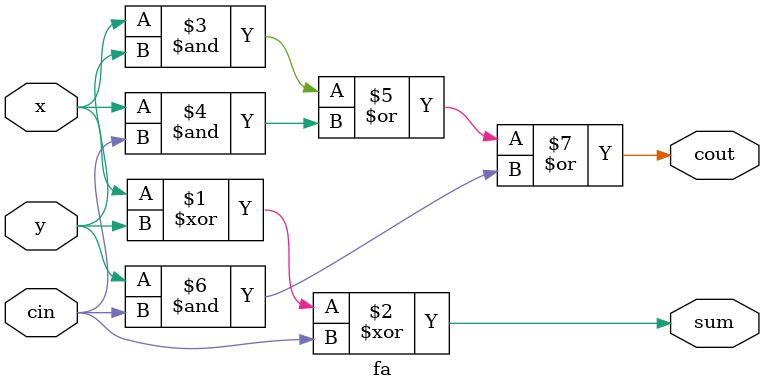
<source format=v>
`timescale 1ns / 1ps

module fa(x, y, cin, cout, sum);
	input x;
	input y;
	input cin;
	output cout;
	output sum;
	
	assign sum=x^y^cin;
	assign cout=(x&y)|(x&cin)|(y&cin);

endmodule

</source>
